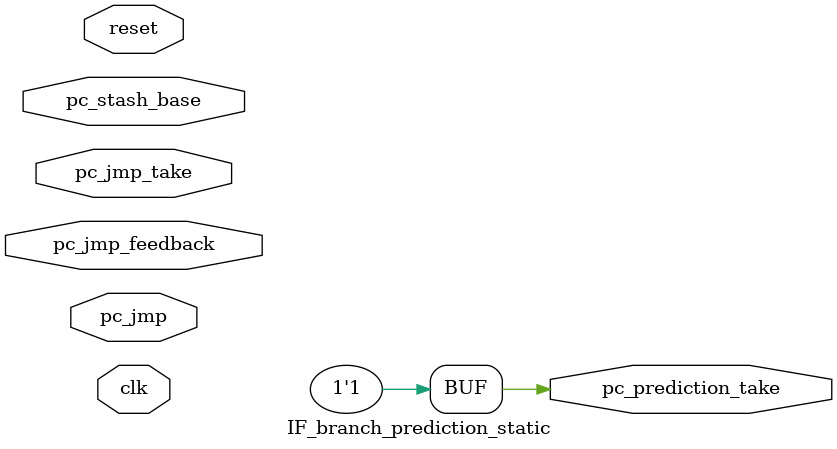
<source format=v>
module IF_branch_prediction_static(
                                 input        clk,
                                 input        reset,
                                 input        pc_jmp_feedback,
                                 input        pc_jmp_take,
                                 // input        EX_branch,
                                 // input        EX_unconditional_jmp,
                                 // input        EX_zero,
                                 input [31:0] pc_stash_base,
                                 input [31:0] pc_jmp,
                                 output reg   pc_prediction_take
                                   );
   always @ *
     pc_prediction_take = 1;
endmodule

</source>
